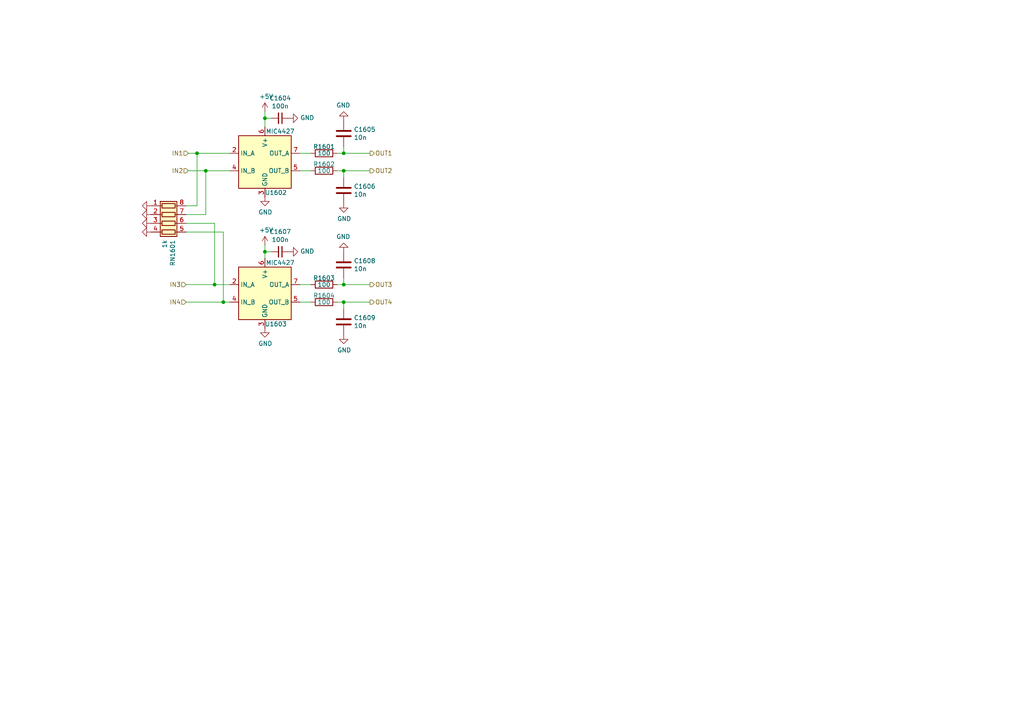
<source format=kicad_sch>
(kicad_sch (version 20211123) (generator eeschema)
  (paper "A4")
  (title_block (title "rusEfi Proteus") (date "2022-04-09") (rev "v0.7") (company "rusEFI") (comment 1 "github.com/mck1117/proteus") (comment 2 "rusefi.com/s/proteus"))
  (lib_symbols
    (symbol "Device:C" (pin_numbers hide) (pin_names (offset 0.254))
      (property "Reference" "C" (at 0.635 2.54 0))
      (property "Value" "C" (at 0.635 -2.54 0))
      (symbol "C_0_1"
        (polyline (pts (xy -2.032 -0.762) (xy 2.032 -0.762)) (stroke (width 0.508)))
        (polyline (pts (xy -2.032 0.762) (xy 2.032 0.762)) (stroke (width 0.508)))
      )
      (symbol "C_1_1"
        (pin passive line (at 0 3.81 270) (length 2.794) (name "~") (number "1"))
        (pin passive line (at 0 -3.81 90) (length 2.794) (name "~") (number "2"))
      )
    )
    (symbol "Device:C_Small" (pin_numbers hide) (pin_names (offset 0.254) hide)
      (property "Reference" "C" (at 0.254 1.778 0))
      (property "Value" "C_Small" (at 0.254 -2.032 0))
      (symbol "C_Small_0_1"
        (polyline (pts (xy -1.524 -0.508) (xy 1.524 -0.508)) (stroke (width 0.3302)))
        (polyline (pts (xy -1.524 0.508) (xy 1.524 0.508)) (stroke (width 0.3048)))
      )
      (symbol "C_Small_1_1"
        (pin passive line (at 0 2.54 270) (length 2.032) (name "~") (number "1"))
        (pin passive line (at 0 -2.54 90) (length 2.032) (name "~") (number "2"))
      )
    )
    (symbol "Device:R" (pin_numbers hide) (pin_names (offset 0))
      (property "Reference" "R" (at 2.032 0 90))
      (property "Value" "R" (at 0 0 90))
      (symbol "R_0_1"
        (rectangle (start -1.016 -2.54) (end 1.016 2.54) (stroke (width 0.254)))
      )
      (symbol "R_1_1"
        (pin passive line (at 0 3.81 270) (length 1.27) (name "~") (number "1"))
        (pin passive line (at 0 -3.81 90) (length 1.27) (name "~") (number "2"))
      )
    )
    (symbol "Device:R_Pack04" (pin_names (offset 0) hide)
      (property "Reference" "RN" (at -7.62 0 90))
      (property "Value" "R_Pack04" (at 5.08 0 90))
      (symbol "R_Pack04_0_1"
        (rectangle (start -6.35 -2.413) (end 3.81 2.413) (stroke (width 0.254)) (fill (type background)))
        (rectangle (start -5.715 1.905) (end -4.445 -1.905) (stroke (width 0.254)))
        (rectangle (start -3.175 1.905) (end -1.905 -1.905) (stroke (width 0.254)))
        (rectangle (start -0.635 1.905) (end 0.635 -1.905) (stroke (width 0.254)))
        (polyline (pts (xy -5.08 -2.54) (xy -5.08 -1.905)))
        (polyline (pts (xy -5.08 1.905) (xy -5.08 2.54)))
        (polyline (pts (xy -2.54 -2.54) (xy -2.54 -1.905)))
        (polyline (pts (xy -2.54 1.905) (xy -2.54 2.54)))
        (polyline (pts (xy 0 -2.54) (xy 0 -1.905)))
        (polyline (pts (xy 0 1.905) (xy 0 2.54)))
        (polyline (pts (xy 2.54 -2.54) (xy 2.54 -1.905)))
        (polyline (pts (xy 2.54 1.905) (xy 2.54 2.54)))
        (rectangle (start 1.905 1.905) (end 3.175 -1.905) (stroke (width 0.254)))
      )
      (symbol "R_Pack04_1_1"
        (pin passive line (at -5.08 -5.08 90) (length 2.54) (name "R1.1") (number "1"))
        (pin passive line (at -2.54 -5.08 90) (length 2.54) (name "R2.1") (number "2"))
        (pin passive line (at 0 -5.08 90) (length 2.54) (name "R3.1") (number "3"))
        (pin passive line (at 2.54 -5.08 90) (length 2.54) (name "R4.1") (number "4"))
        (pin passive line (at 2.54 5.08 270) (length 2.54) (name "R4.2") (number "5"))
        (pin passive line (at 0 5.08 270) (length 2.54) (name "R3.2") (number "6"))
        (pin passive line (at -2.54 5.08 270) (length 2.54) (name "R2.2") (number "7"))
        (pin passive line (at -5.08 5.08 270) (length 2.54) (name "R1.2") (number "8"))
      )
    )
    (symbol "Driver_FET:MIC4427"
      (property "Reference" "U" (at -7.62 8.89 0))
      (property "Value" "MIC4427" (at 1.27 8.89 0))
      (symbol "MIC4427_0_1"
        (rectangle (start -7.62 -7.62) (end 7.62 7.62) (stroke (width 0.254)) (fill (type background)))
      )
      (symbol "MIC4427_1_1"
        (pin no_connect line (at -7.62 0 0) (length 2.54) hide (name "NC") (number "1"))
        (pin input line (at -10.16 2.54 0) (length 2.54) (name "IN_A") (number "2"))
        (pin power_in line (at 0 -10.16 90) (length 2.54) (name "GND") (number "3"))
        (pin input line (at -10.16 -2.54 0) (length 2.54) (name "IN_B") (number "4"))
        (pin output line (at 10.16 -2.54 180) (length 2.54) (name "OUT_B") (number "5"))
        (pin power_in line (at 0 10.16 270) (length 2.54) (name "V+") (number "6"))
        (pin output line (at 10.16 2.54 180) (length 2.54) (name "OUT_A") (number "7"))
        (pin no_connect line (at 7.62 0 180) (length 2.54) hide (name "NC") (number "8"))
      )
    )
    (symbol "power:+5V" (power) (pin_names (offset 0))
      (property "Value" "+5V" (at 0 3.556 0))
      (symbol "+5V_0_1"
        (polyline (pts (xy -0.762 1.27) (xy 0 2.54)))
        (polyline (pts (xy 0 0) (xy 0 2.54)))
        (polyline (pts (xy 0 2.54) (xy 0.762 1.27)))
      )
      (symbol "+5V_1_1"
        (pin power_in line (at 0 0 90) (length 0) hide (name "+5V") (number "1"))
      )
    )
    (symbol "power:GND" (power) (pin_names (offset 0))
      (property "Value" "GND" (at 0 -3.81 0))
      (symbol "GND_0_1"
        (polyline (pts (xy 0 0) (xy 0 -1.27) (xy 1.27 -1.27) (xy 0 -2.54) (xy -1.27 -1.27) (xy 0 -1.27)))
      )
      (symbol "GND_1_1"
        (pin power_in line (at 0 0 270) (length 0) hide (name "GND") (number "1"))
      )
    )
  )
  (junction (at 59.69 49.53))
  (junction (at 99.695 49.53))
  (junction (at 99.695 44.45))
  (junction (at 99.695 87.63))
  (junction (at 62.23 82.55))
  (junction (at 76.835 34.29))
  (junction (at 64.77 87.63))
  (junction (at 76.835 73.025))
  (junction (at 99.695 82.55))
  (junction (at 57.15 44.45))
  (wire (pts (xy 78.74 73.025) (xy 76.835 73.025)))
  (wire (pts (xy 97.79 82.55) (xy 99.695 82.55)))
  (wire (pts (xy 99.695 82.55) (xy 107.315 82.55)))
  (wire (pts (xy 99.695 49.53) (xy 107.315 49.53)))
  (wire (pts (xy 62.23 64.77) (xy 53.975 64.77)))
  (wire (pts (xy 97.79 44.45) (xy 99.695 44.45)))
  (wire (pts (xy 97.79 87.63) (xy 99.695 87.63)))
  (wire (pts (xy 59.69 49.53) (xy 66.675 49.53)))
  (wire (pts (xy 107.315 87.63) (xy 99.695 87.63)))
  (wire (pts (xy 53.975 87.63) (xy 64.77 87.63)))
  (wire (pts (xy 90.17 87.63) (xy 86.995 87.63)))
  (wire (pts (xy 99.695 51.435) (xy 99.695 49.53)))
  (wire (pts (xy 64.77 87.63) (xy 66.675 87.63)))
  (wire (pts (xy 57.15 44.45) (xy 66.675 44.45)))
  (wire (pts (xy 64.77 67.31) (xy 64.77 87.63)))
  (wire (pts (xy 57.15 44.45) (xy 57.15 59.69)))
  (wire (pts (xy 54.61 49.53) (xy 59.69 49.53)))
  (wire (pts (xy 90.17 49.53) (xy 86.995 49.53)))
  (wire (pts (xy 59.69 49.53) (xy 59.69 62.23)))
  (wire (pts (xy 99.695 44.45) (xy 99.695 42.545)))
  (wire (pts (xy 54.61 44.45) (xy 57.15 44.45)))
  (wire (pts (xy 90.17 82.55) (xy 86.995 82.55)))
  (wire (pts (xy 62.23 82.55) (xy 66.675 82.55)))
  (wire (pts (xy 53.975 82.55) (xy 62.23 82.55)))
  (wire (pts (xy 78.74 34.29) (xy 76.835 34.29)))
  (wire (pts (xy 99.695 49.53) (xy 97.79 49.53)))
  (wire (pts (xy 53.975 59.69) (xy 57.15 59.69)))
  (wire (pts (xy 99.695 82.55) (xy 99.695 80.645)))
  (wire (pts (xy 107.315 44.45) (xy 99.695 44.45)))
  (wire (pts (xy 90.17 44.45) (xy 86.995 44.45)))
  (wire (pts (xy 53.975 62.23) (xy 59.69 62.23)))
  (wire (pts (xy 76.835 32.385) (xy 76.835 34.29)))
  (wire (pts (xy 62.23 64.77) (xy 62.23 82.55)))
  (wire (pts (xy 76.835 34.29) (xy 76.835 36.83)))
  (wire (pts (xy 76.835 73.025) (xy 76.835 74.93)))
  (wire (pts (xy 99.695 87.63) (xy 99.695 89.535)))
  (wire (pts (xy 64.77 67.31) (xy 53.975 67.31)))
  (wire (pts (xy 76.835 71.12) (xy 76.835 73.025)))
  (hierarchical_label "OUT1" (shape output) (at 107.315 44.45 0))
  (hierarchical_label "OUT4" (shape output) (at 107.315 87.63 0))
  (hierarchical_label "IN3" (shape input) (at 53.975 82.55 180))
  (hierarchical_label "OUT2" (shape output) (at 107.315 49.53 0))
  (hierarchical_label "IN4" (shape input) (at 53.975 87.63 180))
  (hierarchical_label "IN2" (shape input) (at 54.61 49.53 180))
  (hierarchical_label "OUT3" (shape output) (at 107.315 82.55 0))
  (hierarchical_label "IN1" (shape input) (at 54.61 44.45 180))
  (symbol (lib_id "Driver_FET:MIC4427") (at 76.835 46.99 0)
    (property "Reference" "U1602" (at 80.01 55.88 0))
    (property "Value" "MIC4427" (at 81.28 38.1 0))
    (property "Footprint" "Package_SO:SOIC-8_3.9x4.9mm_P1.27mm" (effects hide))
    (property "Datasheet" "http://ww1.microchip.com/downloads/en/DeviceDoc/mic4426.pdf" (effects hide))
    (property "PN" "TC4427EOA" (effects hide))
    (property "LCSC" "C20551" (effects hide))
    (property "LCSC_ext" "1" (effects hide))
    (property "possible_not_ext" "1" (effects hide))
  )
  (symbol (lib_id "Driver_FET:MIC4427") (at 76.835 85.09 0)
    (property "Reference" "U1603" (at 80.01 93.98 0))
    (property "Value" "MIC4427" (at 81.28 76.2 0))
    (property "Footprint" "Package_SO:SOIC-8_3.9x4.9mm_P1.27mm" (effects hide))
    (property "Datasheet" "http://ww1.microchip.com/downloads/en/DeviceDoc/mic4426.pdf" (effects hide))
    (property "PN" "TC4427EOA" (effects hide))
    (property "LCSC" "C20551" (effects hide))
    (property "LCSC_ext" "1" (effects hide))
    (property "possible_not_ext" "1" (effects hide))
  )
  (symbol (lib_id "Device:C_Small") (at 81.28 73.025 270)
    (property "Reference" "C1607" (at 81.28 67.2084 90))
    (property "Value" "100n" (at 81.28 69.5198 90))
    (property "Footprint" "Capacitor_SMD:C_0603_1608Metric" (effects hide))
    (property "LCSC" "C14663" (effects hide))
    (property "LCSC_ext" "0" (effects hide))
  )
  (symbol (lib_id "power:GND") (at 76.835 57.15 0)
    (property "Reference" "#PWR0177" (effects hide))
    (property "Value" "GND" (at 76.962 61.5442 0))
  )
  (symbol (lib_id "power:GND") (at 76.835 95.25 0)
    (property "Reference" "#PWR0178" (effects hide))
    (property "Value" "GND" (at 76.962 99.6442 0))
  )
  (symbol (lib_id "Device:C_Small") (at 81.28 34.29 270)
    (property "Reference" "C1604" (at 81.28 28.4734 90))
    (property "Value" "100n" (at 81.28 30.7848 90))
    (property "Footprint" "Capacitor_SMD:C_0603_1608Metric" (effects hide))
    (property "LCSC" "C14663" (effects hide))
    (property "LCSC_ext" "0" (effects hide))
  )
  (symbol (lib_id "power:+5V") (at 76.835 32.385 0)
    (property "Reference" "#PWR0179" (effects hide))
    (property "Value" "+5V" (at 77.216 27.9908 0))
  )
  (symbol (lib_id "power:+5V") (at 76.835 71.12 0)
    (property "Reference" "#PWR0180" (effects hide))
    (property "Value" "+5V" (at 77.216 66.7258 0))
  )
  (symbol (lib_id "power:GND") (at 83.82 73.025 90)
    (property "Reference" "#PWR0181" (effects hide))
    (property "Value" "GND" (at 87.0712 72.898 90) (effects (justify right)))
  )
  (symbol (lib_id "power:GND") (at 83.82 34.29 90)
    (property "Reference" "#PWR0182" (effects hide))
    (property "Value" "GND" (at 87.0712 34.163 90) (effects (justify right)))
  )
  (symbol (lib_id "Device:R") (at 93.98 44.45 270)
    (property "Reference" "R1601" (at 93.98 42.545 90))
    (property "Value" "100" (at 93.98 44.45 90))
    (property "Footprint" "Resistor_SMD:R_0805_2012Metric" (effects hide))
    (property "LCSC" "C17408" (effects hide))
    (property "LCSC_ext" "0" (effects hide))
  )
  (symbol (lib_id "Device:R") (at 93.98 49.53 270)
    (property "Reference" "R1602" (at 93.98 47.625 90))
    (property "Value" "100" (at 93.98 49.53 90))
    (property "Footprint" "Resistor_SMD:R_0805_2012Metric" (effects hide))
    (property "LCSC" "C17408" (effects hide))
    (property "LCSC_ext" "0" (effects hide))
  )
  (symbol (lib_id "Device:R") (at 93.98 82.55 270)
    (property "Reference" "R1603" (at 93.98 80.645 90))
    (property "Value" "100" (at 93.98 82.55 90))
    (property "Footprint" "Resistor_SMD:R_0805_2012Metric" (effects hide))
    (property "LCSC" "C17408" (effects hide))
    (property "LCSC_ext" "0" (effects hide))
  )
  (symbol (lib_id "Device:R") (at 93.98 87.63 270)
    (property "Reference" "R1604" (at 93.98 85.725 90))
    (property "Value" "100" (at 93.98 87.63 90))
    (property "Footprint" "Resistor_SMD:R_0805_2012Metric" (effects hide))
    (property "LCSC" "C17408" (effects hide))
    (property "LCSC_ext" "0" (effects hide))
  )
  (symbol (lib_id "Device:C") (at 99.695 55.245 0)
    (property "Reference" "C1606" (at 102.616 54.0766 0) (effects (justify left)))
    (property "Value" "10n" (at 102.616 56.388 0) (effects (justify left)))
    (property "Footprint" "Capacitor_SMD:C_0603_1608Metric" (effects hide))
    (property "LCSC" "C57112" (effects hide))
    (property "LCSC_ext" "0" (effects hide))
  )
  (symbol (lib_id "power:GND") (at 99.695 59.055 0)
    (property "Reference" "#PWR0183" (effects hide))
    (property "Value" "GND" (at 99.822 63.4492 0))
  )
  (symbol (lib_id "Device:C") (at 99.695 38.735 180)
    (property "Reference" "C1605" (at 102.616 37.5666 0) (effects (justify right)))
    (property "Value" "10n" (at 102.616 39.878 0) (effects (justify right)))
    (property "Footprint" "Capacitor_SMD:C_0603_1608Metric" (effects hide))
    (property "LCSC" "C57112" (effects hide))
    (property "LCSC_ext" "0" (effects hide))
  )
  (symbol (lib_id "power:GND") (at 99.695 34.925 180)
    (property "Reference" "#PWR0184" (effects hide))
    (property "Value" "GND" (at 99.568 30.5308 0))
  )
  (symbol (lib_id "Device:C") (at 99.695 76.835 180)
    (property "Reference" "C1608" (at 102.616 75.6666 0) (effects (justify right)))
    (property "Value" "10n" (at 102.616 77.978 0) (effects (justify right)))
    (property "Footprint" "Capacitor_SMD:C_0603_1608Metric" (effects hide))
    (property "LCSC" "C57112" (effects hide))
    (property "LCSC_ext" "0" (effects hide))
  )
  (symbol (lib_id "power:GND") (at 99.695 73.025 180)
    (property "Reference" "#PWR0185" (effects hide))
    (property "Value" "GND" (at 99.568 68.6308 0))
  )
  (symbol (lib_id "Device:C") (at 99.695 93.345 0)
    (property "Reference" "C1609" (at 102.616 92.1766 0) (effects (justify left)))
    (property "Value" "10n" (at 102.616 94.488 0) (effects (justify left)))
    (property "Footprint" "Capacitor_SMD:C_0603_1608Metric" (effects hide))
    (property "LCSC" "C57112" (effects hide))
    (property "LCSC_ext" "0" (effects hide))
  )
  (symbol (lib_id "power:GND") (at 99.695 97.155 0)
    (property "Reference" "#PWR0186" (effects hide))
    (property "Value" "GND" (at 99.822 101.5492 0))
  )
  (symbol (lib_id "Device:R_Pack04") (at 48.895 64.77 270)
    (property "Reference" "RN1601" (at 50.0634 69.5452 0) (effects (justify left)))
    (property "Value" "1k" (at 47.752 69.5452 0) (effects (justify left)))
    (property "Footprint" "Resistor_SMD:R_Array_Convex_4x0603" (effects hide))
    (property "LCSC" "C20197" (effects hide))
    (property "LCSC_ext" "0" (effects hide))
  )
  (symbol (lib_id "power:GND") (at 43.815 67.31 270)
    (property "Reference" "#PWR0201" (effects hide))
    (property "Value" "GND" (effects hide))
  )
  (symbol (lib_id "power:GND") (at 43.815 64.77 270)
    (property "Reference" "#PWR0202" (effects hide))
    (property "Value" "GND" (effects hide))
  )
  (symbol (lib_id "power:GND") (at 43.815 62.23 270)
    (property "Reference" "#PWR0203" (effects hide))
    (property "Value" "GND" (effects hide))
  )
  (symbol (lib_id "power:GND") (at 43.815 59.69 270)
    (property "Reference" "#PWR0204" (effects hide))
    (property "Value" "GND" (effects hide))
  )
)
</source>
